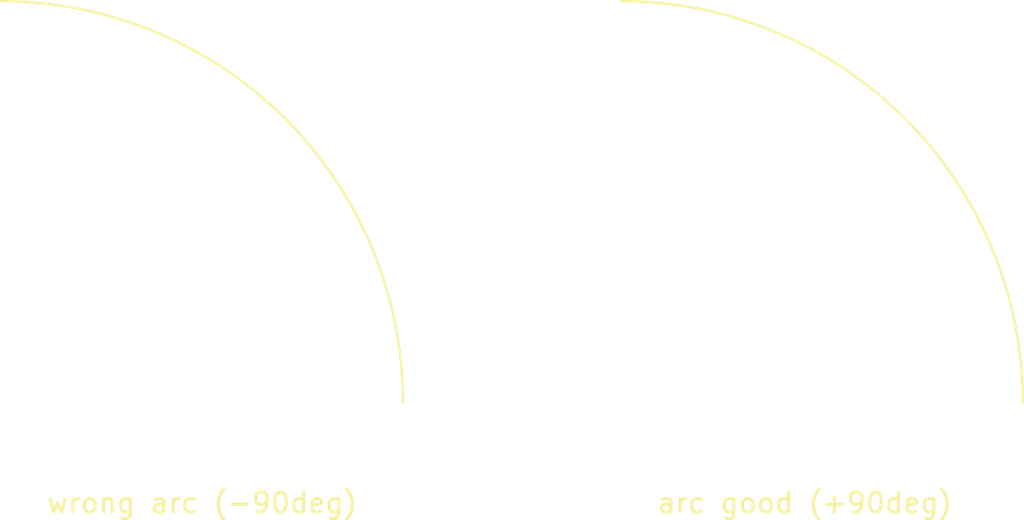
<source format=kicad_pcb>
(kicad_pcb (version 20210722) (generator pcbnew)

  (general
    (thickness 1.6)
  )

  (paper "A4")
  (layers
    (0 "F.Cu" signal)
    (31 "B.Cu" signal)
    (32 "B.Adhes" user "B.Adhesive")
    (33 "F.Adhes" user "F.Adhesive")
    (34 "B.Paste" user)
    (35 "F.Paste" user)
    (36 "B.SilkS" user "B.Silkscreen")
    (37 "F.SilkS" user "F.Silkscreen")
    (38 "B.Mask" user)
    (39 "F.Mask" user)
    (40 "Dwgs.User" user "User.Drawings")
    (41 "Cmts.User" user "User.Comments")
    (42 "Eco1.User" user "User.Eco1")
    (43 "Eco2.User" user "User.Eco2")
    (44 "Edge.Cuts" user)
    (45 "Margin" user)
    (46 "B.CrtYd" user "B.Courtyard")
    (47 "F.CrtYd" user "F.Courtyard")
    (48 "B.Fab" user)
    (49 "F.Fab" user)
    (50 "User.1" user)
    (51 "User.2" user)
    (52 "User.3" user)
    (53 "User.4" user)
    (54 "User.5" user)
    (55 "User.6" user)
    (56 "User.7" user)
    (57 "User.8" user)
    (58 "User.9" user)
  )

  (setup
    (pad_to_mask_clearance 0)
    (pcbplotparams
      (layerselection 0x00010fc_ffffffff)
      (disableapertmacros false)
      (usegerberextensions false)
      (usegerberattributes true)
      (usegerberadvancedattributes true)
      (creategerberjobfile true)
      (svguseinch false)
      (svgprecision 6)
      (excludeedgelayer true)
      (plotframeref false)
      (viasonmask false)
      (mode 1)
      (useauxorigin false)
      (hpglpennumber 1)
      (hpglpenspeed 20)
      (hpglpendiameter 15.000000)
      (dxfpolygonmode true)
      (dxfimperialunits true)
      (dxfusepcbnewfont true)
      (psnegative false)
      (psa4output false)
      (plotreference true)
      (plotvalue true)
      (plotinvisibletext false)
      (sketchpadsonfab false)
      (subtractmaskfromsilk false)
      (outputformat 1)
      (mirror false)
      (drillshape 1)
      (scaleselection 1)
      (outputdirectory "")
    )
  )

  (net 0 "")

  (gr_arc (start 100 99.999999) (end 120 100) (angle -90.00000286) (layer "F.SilkS") (width 0.12) (tstamp 9418d550-7a88-4943-b1ce-2a1e562aac43))
  (gr_arc (start 130.857865 99.999999) (end 130.857865 80) (angle 90) (layer "F.SilkS") (width 0.12) (tstamp e081f7ad-9157-4a0f-9e5b-eebef14c3d9f))
  (gr_text "arc good (+90deg)" (at 140 105) (layer "F.SilkS") (tstamp 26c1327e-8eda-42c2-a3ef-471a1ee63462)
    (effects (font (size 1 1) (thickness 0.15)))
  )
  (gr_text "wrong arc (-90deg)" (at 110 105) (layer "F.SilkS") (tstamp ad5c924e-74a0-4dab-b55f-8ddbf40f2d04)
    (effects (font (size 1 1) (thickness 0.15)))
  )

)

</source>
